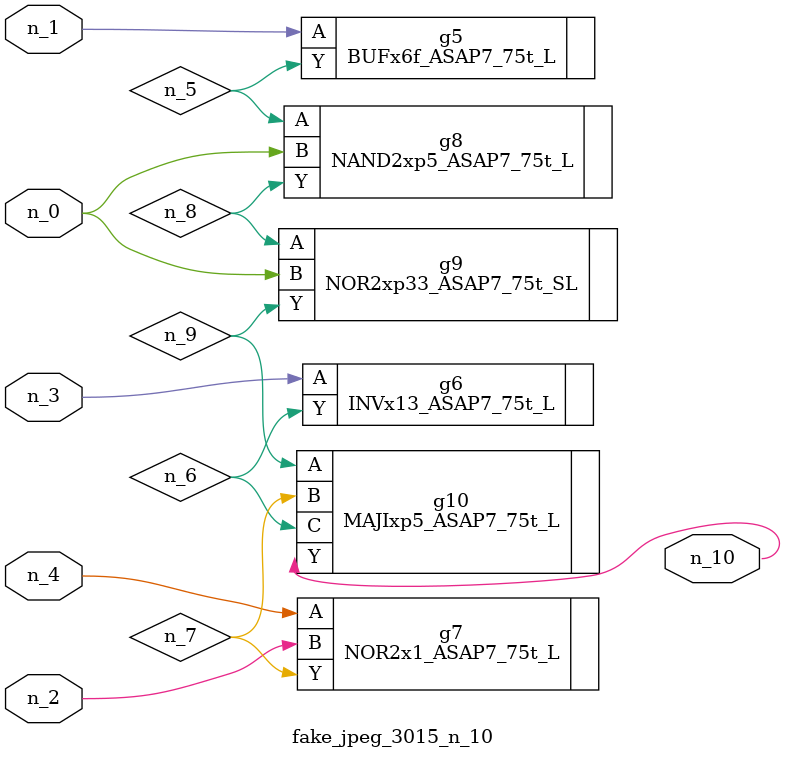
<source format=v>
module fake_jpeg_3015_n_10 (n_3, n_2, n_1, n_0, n_4, n_10);

input n_3;
input n_2;
input n_1;
input n_0;
input n_4;

output n_10;

wire n_8;
wire n_9;
wire n_6;
wire n_5;
wire n_7;

BUFx6f_ASAP7_75t_L g5 ( 
.A(n_1),
.Y(n_5)
);

INVx13_ASAP7_75t_L g6 ( 
.A(n_3),
.Y(n_6)
);

NOR2x1_ASAP7_75t_L g7 ( 
.A(n_4),
.B(n_2),
.Y(n_7)
);

NAND2xp5_ASAP7_75t_L g8 ( 
.A(n_5),
.B(n_0),
.Y(n_8)
);

NOR2xp33_ASAP7_75t_SL g9 ( 
.A(n_8),
.B(n_0),
.Y(n_9)
);

MAJIxp5_ASAP7_75t_L g10 ( 
.A(n_9),
.B(n_7),
.C(n_6),
.Y(n_10)
);


endmodule
</source>
